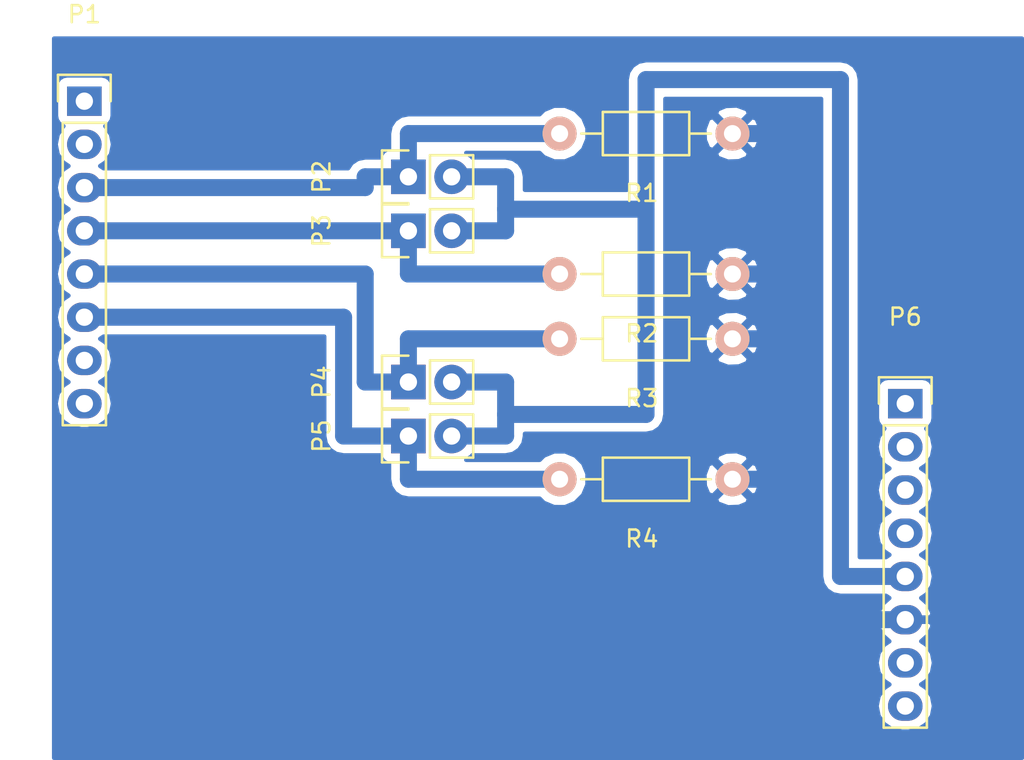
<source format=kicad_pcb>
(kicad_pcb (version 4) (host pcbnew 4.0.4-stable)

  (general
    (links 16)
    (no_connects 0)
    (area 110.536667 95.525 170.815001 140.335001)
    (thickness 1.6)
    (drawings 0)
    (tracks 42)
    (zones 0)
    (modules 10)
    (nets 17)
  )

  (page A4)
  (layers
    (0 F.Cu signal)
    (31 B.Cu signal)
    (32 B.Adhes user)
    (33 F.Adhes user)
    (34 B.Paste user)
    (35 F.Paste user)
    (36 B.SilkS user)
    (37 F.SilkS user)
    (38 B.Mask user)
    (39 F.Mask user)
    (40 Dwgs.User user)
    (41 Cmts.User user)
    (42 Eco1.User user)
    (43 Eco2.User user)
    (44 Edge.Cuts user)
    (45 Margin user)
    (46 B.CrtYd user)
    (47 F.CrtYd user)
    (48 B.Fab user)
    (49 F.Fab user)
  )

  (setup
    (last_trace_width 1)
    (trace_clearance 0.2)
    (zone_clearance 0.254)
    (zone_45_only no)
    (trace_min 0.2)
    (segment_width 0.2)
    (edge_width 0.15)
    (via_size 0.6)
    (via_drill 0.4)
    (via_min_size 0.4)
    (via_min_drill 0.3)
    (uvia_size 0.3)
    (uvia_drill 0.1)
    (uvias_allowed no)
    (uvia_min_size 0.2)
    (uvia_min_drill 0.1)
    (pcb_text_width 0.3)
    (pcb_text_size 1.5 1.5)
    (mod_edge_width 0.15)
    (mod_text_size 1 1)
    (mod_text_width 0.15)
    (pad_size 1.524 1.524)
    (pad_drill 0.762)
    (pad_to_mask_clearance 0.2)
    (aux_axis_origin 0 0)
    (visible_elements 7FFFFFFF)
    (pcbplotparams
      (layerselection 0x00030_80000001)
      (usegerberextensions false)
      (excludeedgelayer true)
      (linewidth 0.100000)
      (plotframeref false)
      (viasonmask false)
      (mode 1)
      (useauxorigin false)
      (hpglpennumber 1)
      (hpglpenspeed 20)
      (hpglpendiameter 15)
      (hpglpenoverlay 2)
      (psnegative false)
      (psa4output false)
      (plotreference true)
      (plotvalue true)
      (plotinvisibletext false)
      (padsonsilk false)
      (subtractmaskfromsilk false)
      (outputformat 1)
      (mirror false)
      (drillshape 1)
      (scaleselection 1)
      (outputdirectory svg/))
  )

  (net 0 "")
  (net 1 "Net-(P1-Pad1)")
  (net 2 "Net-(P1-Pad2)")
  (net 3 "Net-(P1-Pad3)")
  (net 4 "Net-(P1-Pad4)")
  (net 5 "Net-(P1-Pad5)")
  (net 6 "Net-(P1-Pad6)")
  (net 7 "Net-(P1-Pad7)")
  (net 8 "Net-(P1-Pad8)")
  (net 9 +5V)
  (net 10 "Net-(P6-Pad1)")
  (net 11 "Net-(P6-Pad2)")
  (net 12 "Net-(P6-Pad3)")
  (net 13 "Net-(P6-Pad4)")
  (net 14 GND)
  (net 15 "Net-(P6-Pad7)")
  (net 16 "Net-(P6-Pad8)")

  (net_class Default "This is the default net class."
    (clearance 0.2)
    (trace_width 1)
    (via_dia 0.6)
    (via_drill 0.4)
    (uvia_dia 0.3)
    (uvia_drill 0.1)
    (add_net +5V)
    (add_net GND)
    (add_net "Net-(P1-Pad1)")
    (add_net "Net-(P1-Pad2)")
    (add_net "Net-(P1-Pad3)")
    (add_net "Net-(P1-Pad4)")
    (add_net "Net-(P1-Pad5)")
    (add_net "Net-(P1-Pad6)")
    (add_net "Net-(P1-Pad7)")
    (add_net "Net-(P1-Pad8)")
    (add_net "Net-(P6-Pad1)")
    (add_net "Net-(P6-Pad2)")
    (add_net "Net-(P6-Pad3)")
    (add_net "Net-(P6-Pad4)")
    (add_net "Net-(P6-Pad7)")
    (add_net "Net-(P6-Pad8)")
  )

  (module Pin_Headers:Pin_Header_Straight_1x08 (layer F.Cu) (tedit 0) (tstamp 58326122)
    (at 115.57 101.6)
    (descr "Through hole pin header")
    (tags "pin header")
    (path /58325C3C)
    (fp_text reference P1 (at 0 -5.1) (layer F.SilkS)
      (effects (font (size 1 1) (thickness 0.15)))
    )
    (fp_text value CONN_01X08 (at 0 -3.1) (layer F.Fab)
      (effects (font (size 1 1) (thickness 0.15)))
    )
    (fp_line (start -1.75 -1.75) (end -1.75 19.55) (layer F.CrtYd) (width 0.05))
    (fp_line (start 1.75 -1.75) (end 1.75 19.55) (layer F.CrtYd) (width 0.05))
    (fp_line (start -1.75 -1.75) (end 1.75 -1.75) (layer F.CrtYd) (width 0.05))
    (fp_line (start -1.75 19.55) (end 1.75 19.55) (layer F.CrtYd) (width 0.05))
    (fp_line (start 1.27 1.27) (end 1.27 19.05) (layer F.SilkS) (width 0.15))
    (fp_line (start 1.27 19.05) (end -1.27 19.05) (layer F.SilkS) (width 0.15))
    (fp_line (start -1.27 19.05) (end -1.27 1.27) (layer F.SilkS) (width 0.15))
    (fp_line (start 1.55 -1.55) (end 1.55 0) (layer F.SilkS) (width 0.15))
    (fp_line (start 1.27 1.27) (end -1.27 1.27) (layer F.SilkS) (width 0.15))
    (fp_line (start -1.55 0) (end -1.55 -1.55) (layer F.SilkS) (width 0.15))
    (fp_line (start -1.55 -1.55) (end 1.55 -1.55) (layer F.SilkS) (width 0.15))
    (pad 1 thru_hole rect (at 0 0) (size 2.032 1.7272) (drill 1.016) (layers *.Cu *.Mask)
      (net 1 "Net-(P1-Pad1)"))
    (pad 2 thru_hole oval (at 0 2.54) (size 2.032 1.7272) (drill 1.016) (layers *.Cu *.Mask)
      (net 2 "Net-(P1-Pad2)"))
    (pad 3 thru_hole oval (at 0 5.08) (size 2.032 1.7272) (drill 1.016) (layers *.Cu *.Mask)
      (net 3 "Net-(P1-Pad3)"))
    (pad 4 thru_hole oval (at 0 7.62) (size 2.032 1.7272) (drill 1.016) (layers *.Cu *.Mask)
      (net 4 "Net-(P1-Pad4)"))
    (pad 5 thru_hole oval (at 0 10.16) (size 2.032 1.7272) (drill 1.016) (layers *.Cu *.Mask)
      (net 5 "Net-(P1-Pad5)"))
    (pad 6 thru_hole oval (at 0 12.7) (size 2.032 1.7272) (drill 1.016) (layers *.Cu *.Mask)
      (net 6 "Net-(P1-Pad6)"))
    (pad 7 thru_hole oval (at 0 15.24) (size 2.032 1.7272) (drill 1.016) (layers *.Cu *.Mask)
      (net 7 "Net-(P1-Pad7)"))
    (pad 8 thru_hole oval (at 0 17.78) (size 2.032 1.7272) (drill 1.016) (layers *.Cu *.Mask)
      (net 8 "Net-(P1-Pad8)"))
    (model Pin_Headers.3dshapes/Pin_Header_Straight_1x08.wrl
      (at (xyz 0 -0.35 0))
      (scale (xyz 1 1 1))
      (rotate (xyz 0 0 90))
    )
  )

  (module Pin_Headers:Pin_Header_Straight_1x02 (layer F.Cu) (tedit 54EA090C) (tstamp 58326128)
    (at 134.62 106.045 90)
    (descr "Through hole pin header")
    (tags "pin header")
    (path /58325FB7)
    (fp_text reference P2 (at 0 -5.1 90) (layer F.SilkS)
      (effects (font (size 1 1) (thickness 0.15)))
    )
    (fp_text value CONN_01X02 (at 0 -3.1 90) (layer F.Fab)
      (effects (font (size 1 1) (thickness 0.15)))
    )
    (fp_line (start 1.27 1.27) (end 1.27 3.81) (layer F.SilkS) (width 0.15))
    (fp_line (start 1.55 -1.55) (end 1.55 0) (layer F.SilkS) (width 0.15))
    (fp_line (start -1.75 -1.75) (end -1.75 4.3) (layer F.CrtYd) (width 0.05))
    (fp_line (start 1.75 -1.75) (end 1.75 4.3) (layer F.CrtYd) (width 0.05))
    (fp_line (start -1.75 -1.75) (end 1.75 -1.75) (layer F.CrtYd) (width 0.05))
    (fp_line (start -1.75 4.3) (end 1.75 4.3) (layer F.CrtYd) (width 0.05))
    (fp_line (start 1.27 1.27) (end -1.27 1.27) (layer F.SilkS) (width 0.15))
    (fp_line (start -1.55 0) (end -1.55 -1.55) (layer F.SilkS) (width 0.15))
    (fp_line (start -1.55 -1.55) (end 1.55 -1.55) (layer F.SilkS) (width 0.15))
    (fp_line (start -1.27 1.27) (end -1.27 3.81) (layer F.SilkS) (width 0.15))
    (fp_line (start -1.27 3.81) (end 1.27 3.81) (layer F.SilkS) (width 0.15))
    (pad 1 thru_hole rect (at 0 0 90) (size 2.032 2.032) (drill 1.016) (layers *.Cu *.Mask)
      (net 3 "Net-(P1-Pad3)"))
    (pad 2 thru_hole oval (at 0 2.54 90) (size 2.032 2.032) (drill 1.016) (layers *.Cu *.Mask)
      (net 9 +5V))
    (model Pin_Headers.3dshapes/Pin_Header_Straight_1x02.wrl
      (at (xyz 0 -0.05 0))
      (scale (xyz 1 1 1))
      (rotate (xyz 0 0 90))
    )
  )

  (module Pin_Headers:Pin_Header_Straight_1x02 (layer F.Cu) (tedit 54EA090C) (tstamp 5832612E)
    (at 134.62 109.22 90)
    (descr "Through hole pin header")
    (tags "pin header")
    (path /58326017)
    (fp_text reference P3 (at 0 -5.1 90) (layer F.SilkS)
      (effects (font (size 1 1) (thickness 0.15)))
    )
    (fp_text value CONN_01X02 (at 0 -3.1 90) (layer F.Fab)
      (effects (font (size 1 1) (thickness 0.15)))
    )
    (fp_line (start 1.27 1.27) (end 1.27 3.81) (layer F.SilkS) (width 0.15))
    (fp_line (start 1.55 -1.55) (end 1.55 0) (layer F.SilkS) (width 0.15))
    (fp_line (start -1.75 -1.75) (end -1.75 4.3) (layer F.CrtYd) (width 0.05))
    (fp_line (start 1.75 -1.75) (end 1.75 4.3) (layer F.CrtYd) (width 0.05))
    (fp_line (start -1.75 -1.75) (end 1.75 -1.75) (layer F.CrtYd) (width 0.05))
    (fp_line (start -1.75 4.3) (end 1.75 4.3) (layer F.CrtYd) (width 0.05))
    (fp_line (start 1.27 1.27) (end -1.27 1.27) (layer F.SilkS) (width 0.15))
    (fp_line (start -1.55 0) (end -1.55 -1.55) (layer F.SilkS) (width 0.15))
    (fp_line (start -1.55 -1.55) (end 1.55 -1.55) (layer F.SilkS) (width 0.15))
    (fp_line (start -1.27 1.27) (end -1.27 3.81) (layer F.SilkS) (width 0.15))
    (fp_line (start -1.27 3.81) (end 1.27 3.81) (layer F.SilkS) (width 0.15))
    (pad 1 thru_hole rect (at 0 0 90) (size 2.032 2.032) (drill 1.016) (layers *.Cu *.Mask)
      (net 4 "Net-(P1-Pad4)"))
    (pad 2 thru_hole oval (at 0 2.54 90) (size 2.032 2.032) (drill 1.016) (layers *.Cu *.Mask)
      (net 9 +5V))
    (model Pin_Headers.3dshapes/Pin_Header_Straight_1x02.wrl
      (at (xyz 0 -0.05 0))
      (scale (xyz 1 1 1))
      (rotate (xyz 0 0 90))
    )
  )

  (module Pin_Headers:Pin_Header_Straight_1x02 (layer F.Cu) (tedit 54EA090C) (tstamp 58326134)
    (at 134.62 118.11 90)
    (descr "Through hole pin header")
    (tags "pin header")
    (path /5832605D)
    (fp_text reference P4 (at 0 -5.1 90) (layer F.SilkS)
      (effects (font (size 1 1) (thickness 0.15)))
    )
    (fp_text value CONN_01X02 (at 0 -3.1 90) (layer F.Fab)
      (effects (font (size 1 1) (thickness 0.15)))
    )
    (fp_line (start 1.27 1.27) (end 1.27 3.81) (layer F.SilkS) (width 0.15))
    (fp_line (start 1.55 -1.55) (end 1.55 0) (layer F.SilkS) (width 0.15))
    (fp_line (start -1.75 -1.75) (end -1.75 4.3) (layer F.CrtYd) (width 0.05))
    (fp_line (start 1.75 -1.75) (end 1.75 4.3) (layer F.CrtYd) (width 0.05))
    (fp_line (start -1.75 -1.75) (end 1.75 -1.75) (layer F.CrtYd) (width 0.05))
    (fp_line (start -1.75 4.3) (end 1.75 4.3) (layer F.CrtYd) (width 0.05))
    (fp_line (start 1.27 1.27) (end -1.27 1.27) (layer F.SilkS) (width 0.15))
    (fp_line (start -1.55 0) (end -1.55 -1.55) (layer F.SilkS) (width 0.15))
    (fp_line (start -1.55 -1.55) (end 1.55 -1.55) (layer F.SilkS) (width 0.15))
    (fp_line (start -1.27 1.27) (end -1.27 3.81) (layer F.SilkS) (width 0.15))
    (fp_line (start -1.27 3.81) (end 1.27 3.81) (layer F.SilkS) (width 0.15))
    (pad 1 thru_hole rect (at 0 0 90) (size 2.032 2.032) (drill 1.016) (layers *.Cu *.Mask)
      (net 5 "Net-(P1-Pad5)"))
    (pad 2 thru_hole oval (at 0 2.54 90) (size 2.032 2.032) (drill 1.016) (layers *.Cu *.Mask)
      (net 9 +5V))
    (model Pin_Headers.3dshapes/Pin_Header_Straight_1x02.wrl
      (at (xyz 0 -0.05 0))
      (scale (xyz 1 1 1))
      (rotate (xyz 0 0 90))
    )
  )

  (module Pin_Headers:Pin_Header_Straight_1x02 (layer F.Cu) (tedit 54EA090C) (tstamp 5832613A)
    (at 134.62 121.285 90)
    (descr "Through hole pin header")
    (tags "pin header")
    (path /58326094)
    (fp_text reference P5 (at 0 -5.1 90) (layer F.SilkS)
      (effects (font (size 1 1) (thickness 0.15)))
    )
    (fp_text value CONN_01X02 (at 0 -3.1 90) (layer F.Fab)
      (effects (font (size 1 1) (thickness 0.15)))
    )
    (fp_line (start 1.27 1.27) (end 1.27 3.81) (layer F.SilkS) (width 0.15))
    (fp_line (start 1.55 -1.55) (end 1.55 0) (layer F.SilkS) (width 0.15))
    (fp_line (start -1.75 -1.75) (end -1.75 4.3) (layer F.CrtYd) (width 0.05))
    (fp_line (start 1.75 -1.75) (end 1.75 4.3) (layer F.CrtYd) (width 0.05))
    (fp_line (start -1.75 -1.75) (end 1.75 -1.75) (layer F.CrtYd) (width 0.05))
    (fp_line (start -1.75 4.3) (end 1.75 4.3) (layer F.CrtYd) (width 0.05))
    (fp_line (start 1.27 1.27) (end -1.27 1.27) (layer F.SilkS) (width 0.15))
    (fp_line (start -1.55 0) (end -1.55 -1.55) (layer F.SilkS) (width 0.15))
    (fp_line (start -1.55 -1.55) (end 1.55 -1.55) (layer F.SilkS) (width 0.15))
    (fp_line (start -1.27 1.27) (end -1.27 3.81) (layer F.SilkS) (width 0.15))
    (fp_line (start -1.27 3.81) (end 1.27 3.81) (layer F.SilkS) (width 0.15))
    (pad 1 thru_hole rect (at 0 0 90) (size 2.032 2.032) (drill 1.016) (layers *.Cu *.Mask)
      (net 6 "Net-(P1-Pad6)"))
    (pad 2 thru_hole oval (at 0 2.54 90) (size 2.032 2.032) (drill 1.016) (layers *.Cu *.Mask)
      (net 9 +5V))
    (model Pin_Headers.3dshapes/Pin_Header_Straight_1x02.wrl
      (at (xyz 0 -0.05 0))
      (scale (xyz 1 1 1))
      (rotate (xyz 0 0 90))
    )
  )

  (module Pin_Headers:Pin_Header_Straight_1x08 (layer F.Cu) (tedit 0) (tstamp 58326146)
    (at 163.83 119.38)
    (descr "Through hole pin header")
    (tags "pin header")
    (path /58325C7F)
    (fp_text reference P6 (at 0 -5.1) (layer F.SilkS)
      (effects (font (size 1 1) (thickness 0.15)))
    )
    (fp_text value CONN_01X08 (at 0 -3.1) (layer F.Fab)
      (effects (font (size 1 1) (thickness 0.15)))
    )
    (fp_line (start -1.75 -1.75) (end -1.75 19.55) (layer F.CrtYd) (width 0.05))
    (fp_line (start 1.75 -1.75) (end 1.75 19.55) (layer F.CrtYd) (width 0.05))
    (fp_line (start -1.75 -1.75) (end 1.75 -1.75) (layer F.CrtYd) (width 0.05))
    (fp_line (start -1.75 19.55) (end 1.75 19.55) (layer F.CrtYd) (width 0.05))
    (fp_line (start 1.27 1.27) (end 1.27 19.05) (layer F.SilkS) (width 0.15))
    (fp_line (start 1.27 19.05) (end -1.27 19.05) (layer F.SilkS) (width 0.15))
    (fp_line (start -1.27 19.05) (end -1.27 1.27) (layer F.SilkS) (width 0.15))
    (fp_line (start 1.55 -1.55) (end 1.55 0) (layer F.SilkS) (width 0.15))
    (fp_line (start 1.27 1.27) (end -1.27 1.27) (layer F.SilkS) (width 0.15))
    (fp_line (start -1.55 0) (end -1.55 -1.55) (layer F.SilkS) (width 0.15))
    (fp_line (start -1.55 -1.55) (end 1.55 -1.55) (layer F.SilkS) (width 0.15))
    (pad 1 thru_hole rect (at 0 0) (size 2.032 1.7272) (drill 1.016) (layers *.Cu *.Mask)
      (net 10 "Net-(P6-Pad1)"))
    (pad 2 thru_hole oval (at 0 2.54) (size 2.032 1.7272) (drill 1.016) (layers *.Cu *.Mask)
      (net 11 "Net-(P6-Pad2)"))
    (pad 3 thru_hole oval (at 0 5.08) (size 2.032 1.7272) (drill 1.016) (layers *.Cu *.Mask)
      (net 12 "Net-(P6-Pad3)"))
    (pad 4 thru_hole oval (at 0 7.62) (size 2.032 1.7272) (drill 1.016) (layers *.Cu *.Mask)
      (net 13 "Net-(P6-Pad4)"))
    (pad 5 thru_hole oval (at 0 10.16) (size 2.032 1.7272) (drill 1.016) (layers *.Cu *.Mask)
      (net 9 +5V))
    (pad 6 thru_hole oval (at 0 12.7) (size 2.032 1.7272) (drill 1.016) (layers *.Cu *.Mask)
      (net 14 GND))
    (pad 7 thru_hole oval (at 0 15.24) (size 2.032 1.7272) (drill 1.016) (layers *.Cu *.Mask)
      (net 15 "Net-(P6-Pad7)"))
    (pad 8 thru_hole oval (at 0 17.78) (size 2.032 1.7272) (drill 1.016) (layers *.Cu *.Mask)
      (net 16 "Net-(P6-Pad8)"))
    (model Pin_Headers.3dshapes/Pin_Header_Straight_1x08.wrl
      (at (xyz 0 -0.35 0))
      (scale (xyz 1 1 1))
      (rotate (xyz 0 0 90))
    )
  )

  (module Resistors_ThroughHole:Resistor_Horizontal_RM10mm (layer F.Cu) (tedit 56648415) (tstamp 5832614C)
    (at 153.67 103.505 180)
    (descr "Resistor, Axial,  RM 10mm, 1/3W")
    (tags "Resistor Axial RM 10mm 1/3W")
    (path /58325E13)
    (fp_text reference R1 (at 5.32892 -3.50012 180) (layer F.SilkS)
      (effects (font (size 1 1) (thickness 0.15)))
    )
    (fp_text value R (at 5.08 3.81 180) (layer F.Fab)
      (effects (font (size 1 1) (thickness 0.15)))
    )
    (fp_line (start -1.25 -1.5) (end 11.4 -1.5) (layer F.CrtYd) (width 0.05))
    (fp_line (start -1.25 1.5) (end -1.25 -1.5) (layer F.CrtYd) (width 0.05))
    (fp_line (start 11.4 -1.5) (end 11.4 1.5) (layer F.CrtYd) (width 0.05))
    (fp_line (start -1.25 1.5) (end 11.4 1.5) (layer F.CrtYd) (width 0.05))
    (fp_line (start 2.54 -1.27) (end 7.62 -1.27) (layer F.SilkS) (width 0.15))
    (fp_line (start 7.62 -1.27) (end 7.62 1.27) (layer F.SilkS) (width 0.15))
    (fp_line (start 7.62 1.27) (end 2.54 1.27) (layer F.SilkS) (width 0.15))
    (fp_line (start 2.54 1.27) (end 2.54 -1.27) (layer F.SilkS) (width 0.15))
    (fp_line (start 2.54 0) (end 1.27 0) (layer F.SilkS) (width 0.15))
    (fp_line (start 7.62 0) (end 8.89 0) (layer F.SilkS) (width 0.15))
    (pad 1 thru_hole circle (at 0 0 180) (size 1.99898 1.99898) (drill 1.00076) (layers *.Cu *.SilkS *.Mask)
      (net 14 GND))
    (pad 2 thru_hole circle (at 10.16 0 180) (size 1.99898 1.99898) (drill 1.00076) (layers *.Cu *.SilkS *.Mask)
      (net 3 "Net-(P1-Pad3)"))
    (model Resistors_ThroughHole.3dshapes/Resistor_Horizontal_RM10mm.wrl
      (at (xyz 0.2 0 0))
      (scale (xyz 0.4 0.4 0.4))
      (rotate (xyz 0 0 0))
    )
  )

  (module Resistors_ThroughHole:Resistor_Horizontal_RM10mm (layer F.Cu) (tedit 56648415) (tstamp 58326152)
    (at 153.67 111.76 180)
    (descr "Resistor, Axial,  RM 10mm, 1/3W")
    (tags "Resistor Axial RM 10mm 1/3W")
    (path /58325EF3)
    (fp_text reference R2 (at 5.32892 -3.50012 180) (layer F.SilkS)
      (effects (font (size 1 1) (thickness 0.15)))
    )
    (fp_text value R (at 5.08 3.81 180) (layer F.Fab)
      (effects (font (size 1 1) (thickness 0.15)))
    )
    (fp_line (start -1.25 -1.5) (end 11.4 -1.5) (layer F.CrtYd) (width 0.05))
    (fp_line (start -1.25 1.5) (end -1.25 -1.5) (layer F.CrtYd) (width 0.05))
    (fp_line (start 11.4 -1.5) (end 11.4 1.5) (layer F.CrtYd) (width 0.05))
    (fp_line (start -1.25 1.5) (end 11.4 1.5) (layer F.CrtYd) (width 0.05))
    (fp_line (start 2.54 -1.27) (end 7.62 -1.27) (layer F.SilkS) (width 0.15))
    (fp_line (start 7.62 -1.27) (end 7.62 1.27) (layer F.SilkS) (width 0.15))
    (fp_line (start 7.62 1.27) (end 2.54 1.27) (layer F.SilkS) (width 0.15))
    (fp_line (start 2.54 1.27) (end 2.54 -1.27) (layer F.SilkS) (width 0.15))
    (fp_line (start 2.54 0) (end 1.27 0) (layer F.SilkS) (width 0.15))
    (fp_line (start 7.62 0) (end 8.89 0) (layer F.SilkS) (width 0.15))
    (pad 1 thru_hole circle (at 0 0 180) (size 1.99898 1.99898) (drill 1.00076) (layers *.Cu *.SilkS *.Mask)
      (net 14 GND))
    (pad 2 thru_hole circle (at 10.16 0 180) (size 1.99898 1.99898) (drill 1.00076) (layers *.Cu *.SilkS *.Mask)
      (net 4 "Net-(P1-Pad4)"))
    (model Resistors_ThroughHole.3dshapes/Resistor_Horizontal_RM10mm.wrl
      (at (xyz 0.2 0 0))
      (scale (xyz 0.4 0.4 0.4))
      (rotate (xyz 0 0 0))
    )
  )

  (module Resistors_ThroughHole:Resistor_Horizontal_RM10mm (layer F.Cu) (tedit 56648415) (tstamp 58326158)
    (at 153.67 115.57 180)
    (descr "Resistor, Axial,  RM 10mm, 1/3W")
    (tags "Resistor Axial RM 10mm 1/3W")
    (path /58325F23)
    (fp_text reference R3 (at 5.32892 -3.50012 180) (layer F.SilkS)
      (effects (font (size 1 1) (thickness 0.15)))
    )
    (fp_text value R (at 5.08 3.81 180) (layer F.Fab)
      (effects (font (size 1 1) (thickness 0.15)))
    )
    (fp_line (start -1.25 -1.5) (end 11.4 -1.5) (layer F.CrtYd) (width 0.05))
    (fp_line (start -1.25 1.5) (end -1.25 -1.5) (layer F.CrtYd) (width 0.05))
    (fp_line (start 11.4 -1.5) (end 11.4 1.5) (layer F.CrtYd) (width 0.05))
    (fp_line (start -1.25 1.5) (end 11.4 1.5) (layer F.CrtYd) (width 0.05))
    (fp_line (start 2.54 -1.27) (end 7.62 -1.27) (layer F.SilkS) (width 0.15))
    (fp_line (start 7.62 -1.27) (end 7.62 1.27) (layer F.SilkS) (width 0.15))
    (fp_line (start 7.62 1.27) (end 2.54 1.27) (layer F.SilkS) (width 0.15))
    (fp_line (start 2.54 1.27) (end 2.54 -1.27) (layer F.SilkS) (width 0.15))
    (fp_line (start 2.54 0) (end 1.27 0) (layer F.SilkS) (width 0.15))
    (fp_line (start 7.62 0) (end 8.89 0) (layer F.SilkS) (width 0.15))
    (pad 1 thru_hole circle (at 0 0 180) (size 1.99898 1.99898) (drill 1.00076) (layers *.Cu *.SilkS *.Mask)
      (net 14 GND))
    (pad 2 thru_hole circle (at 10.16 0 180) (size 1.99898 1.99898) (drill 1.00076) (layers *.Cu *.SilkS *.Mask)
      (net 5 "Net-(P1-Pad5)"))
    (model Resistors_ThroughHole.3dshapes/Resistor_Horizontal_RM10mm.wrl
      (at (xyz 0.2 0 0))
      (scale (xyz 0.4 0.4 0.4))
      (rotate (xyz 0 0 0))
    )
  )

  (module Resistors_ThroughHole:Resistor_Horizontal_RM10mm (layer F.Cu) (tedit 56648415) (tstamp 5832615E)
    (at 153.67 123.825 180)
    (descr "Resistor, Axial,  RM 10mm, 1/3W")
    (tags "Resistor Axial RM 10mm 1/3W")
    (path /58325F4B)
    (fp_text reference R4 (at 5.32892 -3.50012 180) (layer F.SilkS)
      (effects (font (size 1 1) (thickness 0.15)))
    )
    (fp_text value R (at 5.08 3.81 180) (layer F.Fab)
      (effects (font (size 1 1) (thickness 0.15)))
    )
    (fp_line (start -1.25 -1.5) (end 11.4 -1.5) (layer F.CrtYd) (width 0.05))
    (fp_line (start -1.25 1.5) (end -1.25 -1.5) (layer F.CrtYd) (width 0.05))
    (fp_line (start 11.4 -1.5) (end 11.4 1.5) (layer F.CrtYd) (width 0.05))
    (fp_line (start -1.25 1.5) (end 11.4 1.5) (layer F.CrtYd) (width 0.05))
    (fp_line (start 2.54 -1.27) (end 7.62 -1.27) (layer F.SilkS) (width 0.15))
    (fp_line (start 7.62 -1.27) (end 7.62 1.27) (layer F.SilkS) (width 0.15))
    (fp_line (start 7.62 1.27) (end 2.54 1.27) (layer F.SilkS) (width 0.15))
    (fp_line (start 2.54 1.27) (end 2.54 -1.27) (layer F.SilkS) (width 0.15))
    (fp_line (start 2.54 0) (end 1.27 0) (layer F.SilkS) (width 0.15))
    (fp_line (start 7.62 0) (end 8.89 0) (layer F.SilkS) (width 0.15))
    (pad 1 thru_hole circle (at 0 0 180) (size 1.99898 1.99898) (drill 1.00076) (layers *.Cu *.SilkS *.Mask)
      (net 14 GND))
    (pad 2 thru_hole circle (at 10.16 0 180) (size 1.99898 1.99898) (drill 1.00076) (layers *.Cu *.SilkS *.Mask)
      (net 6 "Net-(P1-Pad6)"))
    (model Resistors_ThroughHole.3dshapes/Resistor_Horizontal_RM10mm.wrl
      (at (xyz 0.2 0 0))
      (scale (xyz 0.4 0.4 0.4))
      (rotate (xyz 0 0 0))
    )
  )

  (segment (start 115.57 106.68) (end 132.08 106.68) (width 1) (layer B.Cu) (net 3))
  (segment (start 132.08 106.045) (end 134.62 106.045) (width 1) (layer B.Cu) (net 3) (tstamp 5833420F))
  (segment (start 132.08 106.68) (end 132.08 106.045) (width 1) (layer B.Cu) (net 3) (tstamp 5833420E))
  (segment (start 134.62 106.045) (end 134.62 103.505) (width 1) (layer B.Cu) (net 3) (tstamp 58334210))
  (segment (start 134.62 103.505) (end 143.51 103.505) (width 1) (layer B.Cu) (net 3) (tstamp 58334211))
  (segment (start 115.57 109.22) (end 134.62 109.22) (width 1) (layer B.Cu) (net 4))
  (segment (start 134.62 109.22) (end 134.62 111.76) (width 1) (layer B.Cu) (net 4) (tstamp 58334215))
  (segment (start 134.62 111.76) (end 143.51 111.76) (width 1) (layer B.Cu) (net 4) (tstamp 58334216))
  (segment (start 143.51 115.57) (end 134.62 115.57) (width 1) (layer B.Cu) (net 5))
  (segment (start 134.62 115.57) (end 134.62 118.11) (width 1) (layer B.Cu) (net 5) (tstamp 5833421B))
  (segment (start 134.62 118.11) (end 132.08 118.11) (width 1) (layer B.Cu) (net 5) (tstamp 5833421C))
  (segment (start 132.08 118.11) (end 132.08 111.76) (width 1) (layer B.Cu) (net 5) (tstamp 5833421D))
  (segment (start 132.08 111.76) (end 115.57 111.76) (width 1) (layer B.Cu) (net 5) (tstamp 5833421E))
  (segment (start 134.62 121.285) (end 134.62 123.825) (width 1) (layer B.Cu) (net 6))
  (segment (start 134.62 123.825) (end 143.51 123.825) (width 1) (layer B.Cu) (net 6) (tstamp 58334225))
  (segment (start 134.62 121.285) (end 130.81 121.285) (width 1) (layer B.Cu) (net 6))
  (segment (start 130.81 114.3) (end 115.57 114.3) (width 1) (layer B.Cu) (net 6) (tstamp 58334222))
  (segment (start 130.81 121.285) (end 130.81 114.3) (width 1) (layer B.Cu) (net 6) (tstamp 58334221))
  (segment (start 140.335 107.95) (end 148.59 107.95) (width 1) (layer B.Cu) (net 9))
  (segment (start 137.16 106.045) (end 140.335 106.045) (width 1) (layer B.Cu) (net 9))
  (segment (start 140.335 109.22) (end 137.16 109.22) (width 1) (layer B.Cu) (net 9) (tstamp 583341F6))
  (segment (start 140.335 106.045) (end 140.335 107.95) (width 1) (layer B.Cu) (net 9) (tstamp 583341F5))
  (segment (start 140.335 107.95) (end 140.335 109.22) (width 1) (layer B.Cu) (net 9) (tstamp 583341F9))
  (segment (start 140.335 120.015) (end 148.59 120.015) (width 1) (layer B.Cu) (net 9))
  (segment (start 148.59 120.015) (end 148.59 107.95) (width 1) (layer B.Cu) (net 9) (tstamp 583341E9))
  (segment (start 160.02 129.54) (end 163.83 129.54) (width 1) (layer B.Cu) (net 9) (tstamp 583341EC))
  (segment (start 148.59 107.95) (end 148.59 100.33) (width 1) (layer B.Cu) (net 9) (tstamp 583341FD))
  (segment (start 148.59 100.33) (end 160.02 100.33) (width 1) (layer B.Cu) (net 9) (tstamp 583341EA))
  (segment (start 160.02 100.33) (end 160.02 129.54) (width 1) (layer B.Cu) (net 9) (tstamp 583341EB))
  (segment (start 137.16 121.285) (end 140.335 121.285) (width 1) (layer B.Cu) (net 9))
  (segment (start 140.335 118.11) (end 137.16 118.11) (width 1) (layer B.Cu) (net 9) (tstamp 583341E4))
  (segment (start 140.335 121.285) (end 140.335 120.015) (width 1) (layer B.Cu) (net 9) (tstamp 583341E3))
  (segment (start 140.335 120.015) (end 140.335 118.11) (width 1) (layer B.Cu) (net 9) (tstamp 583341E7))
  (segment (start 153.67 123.825) (end 157.48 123.825) (width 1) (layer B.Cu) (net 14))
  (segment (start 153.67 115.57) (end 157.48 115.57) (width 1) (layer B.Cu) (net 14))
  (segment (start 153.67 111.76) (end 157.48 111.76) (width 1) (layer B.Cu) (net 14))
  (segment (start 163.83 132.08) (end 157.48 132.08) (width 1) (layer B.Cu) (net 14))
  (segment (start 157.48 103.505) (end 153.67 103.505) (width 1) (layer B.Cu) (net 14) (tstamp 5833422B))
  (segment (start 157.48 132.08) (end 157.48 123.825) (width 1) (layer B.Cu) (net 14) (tstamp 5833422A))
  (segment (start 157.48 123.825) (end 157.48 115.57) (width 1) (layer B.Cu) (net 14) (tstamp 58334238))
  (segment (start 157.48 115.57) (end 157.48 111.76) (width 1) (layer B.Cu) (net 14) (tstamp 58334234))
  (segment (start 157.48 111.76) (end 157.48 103.505) (width 1) (layer B.Cu) (net 14) (tstamp 58334230))

  (zone (net 14) (net_name GND) (layer B.Cu) (tstamp 58336855) (hatch edge 0.508)
    (connect_pads (clearance 0.508))
    (min_thickness 0.254)
    (fill yes (arc_segments 16) (thermal_gap 0.508) (thermal_bridge_width 0.508))
    (polygon
      (pts
        (xy 170.815 97.79) (xy 170.815 140.335) (xy 113.665 140.335) (xy 113.665 97.79)
      )
    )
    (filled_polygon
      (pts
        (xy 170.688 140.208) (xy 113.792 140.208) (xy 113.792 134.62) (xy 162.146655 134.62) (xy 162.260729 135.193489)
        (xy 162.585585 135.67967) (xy 162.900366 135.89) (xy 162.585585 136.10033) (xy 162.260729 136.586511) (xy 162.146655 137.16)
        (xy 162.260729 137.733489) (xy 162.585585 138.21967) (xy 163.071766 138.544526) (xy 163.645255 138.6586) (xy 164.014745 138.6586)
        (xy 164.588234 138.544526) (xy 165.074415 138.21967) (xy 165.399271 137.733489) (xy 165.513345 137.16) (xy 165.399271 136.586511)
        (xy 165.074415 136.10033) (xy 164.759634 135.89) (xy 165.074415 135.67967) (xy 165.399271 135.193489) (xy 165.513345 134.62)
        (xy 165.399271 134.046511) (xy 165.074415 133.56033) (xy 164.764931 133.353539) (xy 165.180732 132.982036) (xy 165.434709 132.454791)
        (xy 165.437358 132.439026) (xy 165.316217 132.207) (xy 163.957 132.207) (xy 163.957 132.227) (xy 163.703 132.227)
        (xy 163.703 132.207) (xy 162.343783 132.207) (xy 162.222642 132.439026) (xy 162.225291 132.454791) (xy 162.479268 132.982036)
        (xy 162.895069 133.353539) (xy 162.585585 133.56033) (xy 162.260729 134.046511) (xy 162.146655 134.62) (xy 113.792 134.62)
        (xy 113.792 104.14) (xy 113.886655 104.14) (xy 114.000729 104.713489) (xy 114.325585 105.19967) (xy 114.640366 105.41)
        (xy 114.325585 105.62033) (xy 114.000729 106.106511) (xy 113.886655 106.68) (xy 114.000729 107.253489) (xy 114.325585 107.73967)
        (xy 114.640366 107.95) (xy 114.325585 108.16033) (xy 114.000729 108.646511) (xy 113.886655 109.22) (xy 114.000729 109.793489)
        (xy 114.325585 110.27967) (xy 114.640366 110.49) (xy 114.325585 110.70033) (xy 114.000729 111.186511) (xy 113.886655 111.76)
        (xy 114.000729 112.333489) (xy 114.325585 112.81967) (xy 114.640366 113.03) (xy 114.325585 113.24033) (xy 114.000729 113.726511)
        (xy 113.886655 114.3) (xy 114.000729 114.873489) (xy 114.325585 115.35967) (xy 114.640366 115.57) (xy 114.325585 115.78033)
        (xy 114.000729 116.266511) (xy 113.886655 116.84) (xy 114.000729 117.413489) (xy 114.325585 117.89967) (xy 114.640366 118.11)
        (xy 114.325585 118.32033) (xy 114.000729 118.806511) (xy 113.886655 119.38) (xy 114.000729 119.953489) (xy 114.325585 120.43967)
        (xy 114.811766 120.764526) (xy 115.385255 120.8786) (xy 115.754745 120.8786) (xy 116.328234 120.764526) (xy 116.814415 120.43967)
        (xy 117.139271 119.953489) (xy 117.253345 119.38) (xy 117.139271 118.806511) (xy 116.814415 118.32033) (xy 116.499634 118.11)
        (xy 116.814415 117.89967) (xy 117.139271 117.413489) (xy 117.253345 116.84) (xy 117.139271 116.266511) (xy 116.814415 115.78033)
        (xy 116.499634 115.57) (xy 116.701676 115.435) (xy 129.675 115.435) (xy 129.675 121.285) (xy 129.761397 121.719346)
        (xy 130.007434 122.087566) (xy 130.375654 122.333603) (xy 130.81 122.42) (xy 132.978951 122.42) (xy 133.000838 122.536317)
        (xy 133.13991 122.752441) (xy 133.35211 122.897431) (xy 133.485 122.924342) (xy 133.485 123.825) (xy 133.571397 124.259346)
        (xy 133.817434 124.627566) (xy 134.185654 124.873603) (xy 134.62 124.96) (xy 142.333516 124.96) (xy 142.582927 125.209846)
        (xy 143.183453 125.459206) (xy 143.833694 125.459774) (xy 144.434655 125.211462) (xy 144.669363 124.977163) (xy 152.697443 124.977163)
        (xy 152.796042 125.243965) (xy 153.405582 125.470401) (xy 154.055377 125.446341) (xy 154.543958 125.243965) (xy 154.642557 124.977163)
        (xy 153.67 124.004605) (xy 152.697443 124.977163) (xy 144.669363 124.977163) (xy 144.894846 124.752073) (xy 145.144206 124.151547)
        (xy 145.144722 123.560582) (xy 152.024599 123.560582) (xy 152.048659 124.210377) (xy 152.251035 124.698958) (xy 152.517837 124.797557)
        (xy 153.490395 123.825) (xy 153.849605 123.825) (xy 154.822163 124.797557) (xy 155.088965 124.698958) (xy 155.315401 124.089418)
        (xy 155.291341 123.439623) (xy 155.088965 122.951042) (xy 154.822163 122.852443) (xy 153.849605 123.825) (xy 153.490395 123.825)
        (xy 152.517837 122.852443) (xy 152.251035 122.951042) (xy 152.024599 123.560582) (xy 145.144722 123.560582) (xy 145.144774 123.501306)
        (xy 144.896462 122.900345) (xy 144.669351 122.672837) (xy 152.697443 122.672837) (xy 153.67 123.645395) (xy 154.642557 122.672837)
        (xy 154.543958 122.406035) (xy 153.934418 122.179599) (xy 153.284623 122.203659) (xy 152.796042 122.406035) (xy 152.697443 122.672837)
        (xy 144.669351 122.672837) (xy 144.437073 122.440154) (xy 143.836547 122.190794) (xy 143.186306 122.190226) (xy 142.585345 122.438538)
        (xy 142.333444 122.69) (xy 138.020297 122.69) (xy 138.327433 122.484778) (xy 138.370716 122.42) (xy 140.335 122.42)
        (xy 140.769346 122.333603) (xy 141.137566 122.087566) (xy 141.383603 121.719346) (xy 141.47 121.285) (xy 141.47 121.15)
        (xy 148.59 121.15) (xy 149.024346 121.063603) (xy 149.392566 120.817566) (xy 149.638603 120.449346) (xy 149.725 120.015)
        (xy 149.725 116.722163) (xy 152.697443 116.722163) (xy 152.796042 116.988965) (xy 153.405582 117.215401) (xy 154.055377 117.191341)
        (xy 154.543958 116.988965) (xy 154.642557 116.722163) (xy 153.67 115.749605) (xy 152.697443 116.722163) (xy 149.725 116.722163)
        (xy 149.725 115.305582) (xy 152.024599 115.305582) (xy 152.048659 115.955377) (xy 152.251035 116.443958) (xy 152.517837 116.542557)
        (xy 153.490395 115.57) (xy 153.849605 115.57) (xy 154.822163 116.542557) (xy 155.088965 116.443958) (xy 155.315401 115.834418)
        (xy 155.291341 115.184623) (xy 155.088965 114.696042) (xy 154.822163 114.597443) (xy 153.849605 115.57) (xy 153.490395 115.57)
        (xy 152.517837 114.597443) (xy 152.251035 114.696042) (xy 152.024599 115.305582) (xy 149.725 115.305582) (xy 149.725 114.417837)
        (xy 152.697443 114.417837) (xy 153.67 115.390395) (xy 154.642557 114.417837) (xy 154.543958 114.151035) (xy 153.934418 113.924599)
        (xy 153.284623 113.948659) (xy 152.796042 114.151035) (xy 152.697443 114.417837) (xy 149.725 114.417837) (xy 149.725 112.912163)
        (xy 152.697443 112.912163) (xy 152.796042 113.178965) (xy 153.405582 113.405401) (xy 154.055377 113.381341) (xy 154.543958 113.178965)
        (xy 154.642557 112.912163) (xy 153.67 111.939605) (xy 152.697443 112.912163) (xy 149.725 112.912163) (xy 149.725 111.495582)
        (xy 152.024599 111.495582) (xy 152.048659 112.145377) (xy 152.251035 112.633958) (xy 152.517837 112.732557) (xy 153.490395 111.76)
        (xy 153.849605 111.76) (xy 154.822163 112.732557) (xy 155.088965 112.633958) (xy 155.315401 112.024418) (xy 155.291341 111.374623)
        (xy 155.088965 110.886042) (xy 154.822163 110.787443) (xy 153.849605 111.76) (xy 153.490395 111.76) (xy 152.517837 110.787443)
        (xy 152.251035 110.886042) (xy 152.024599 111.495582) (xy 149.725 111.495582) (xy 149.725 110.607837) (xy 152.697443 110.607837)
        (xy 153.67 111.580395) (xy 154.642557 110.607837) (xy 154.543958 110.341035) (xy 153.934418 110.114599) (xy 153.284623 110.138659)
        (xy 152.796042 110.341035) (xy 152.697443 110.607837) (xy 149.725 110.607837) (xy 149.725 104.657163) (xy 152.697443 104.657163)
        (xy 152.796042 104.923965) (xy 153.405582 105.150401) (xy 154.055377 105.126341) (xy 154.543958 104.923965) (xy 154.642557 104.657163)
        (xy 153.67 103.684605) (xy 152.697443 104.657163) (xy 149.725 104.657163) (xy 149.725 103.240582) (xy 152.024599 103.240582)
        (xy 152.048659 103.890377) (xy 152.251035 104.378958) (xy 152.517837 104.477557) (xy 153.490395 103.505) (xy 153.849605 103.505)
        (xy 154.822163 104.477557) (xy 155.088965 104.378958) (xy 155.315401 103.769418) (xy 155.291341 103.119623) (xy 155.088965 102.631042)
        (xy 154.822163 102.532443) (xy 153.849605 103.505) (xy 153.490395 103.505) (xy 152.517837 102.532443) (xy 152.251035 102.631042)
        (xy 152.024599 103.240582) (xy 149.725 103.240582) (xy 149.725 102.352837) (xy 152.697443 102.352837) (xy 153.67 103.325395)
        (xy 154.642557 102.352837) (xy 154.543958 102.086035) (xy 153.934418 101.859599) (xy 153.284623 101.883659) (xy 152.796042 102.086035)
        (xy 152.697443 102.352837) (xy 149.725 102.352837) (xy 149.725 101.465) (xy 158.885 101.465) (xy 158.885 129.54)
        (xy 158.971397 129.974346) (xy 159.217434 130.342566) (xy 159.585654 130.588603) (xy 160.02 130.675) (xy 162.698324 130.675)
        (xy 162.895069 130.806461) (xy 162.479268 131.177964) (xy 162.225291 131.705209) (xy 162.222642 131.720974) (xy 162.343783 131.953)
        (xy 163.703 131.953) (xy 163.703 131.933) (xy 163.957 131.933) (xy 163.957 131.953) (xy 165.316217 131.953)
        (xy 165.437358 131.720974) (xy 165.434709 131.705209) (xy 165.180732 131.177964) (xy 164.764931 130.806461) (xy 165.074415 130.59967)
        (xy 165.399271 130.113489) (xy 165.513345 129.54) (xy 165.399271 128.966511) (xy 165.074415 128.48033) (xy 164.759634 128.27)
        (xy 165.074415 128.05967) (xy 165.399271 127.573489) (xy 165.513345 127) (xy 165.399271 126.426511) (xy 165.074415 125.94033)
        (xy 164.759634 125.73) (xy 165.074415 125.51967) (xy 165.399271 125.033489) (xy 165.513345 124.46) (xy 165.399271 123.886511)
        (xy 165.074415 123.40033) (xy 164.759634 123.19) (xy 165.074415 122.97967) (xy 165.399271 122.493489) (xy 165.513345 121.92)
        (xy 165.399271 121.346511) (xy 165.074415 120.86033) (xy 165.060087 120.850757) (xy 165.081317 120.846762) (xy 165.297441 120.70769)
        (xy 165.442431 120.49549) (xy 165.49344 120.2436) (xy 165.49344 118.5164) (xy 165.449162 118.281083) (xy 165.31009 118.064959)
        (xy 165.09789 117.919969) (xy 164.846 117.86896) (xy 162.814 117.86896) (xy 162.578683 117.913238) (xy 162.362559 118.05231)
        (xy 162.217569 118.26451) (xy 162.16656 118.5164) (xy 162.16656 120.2436) (xy 162.210838 120.478917) (xy 162.34991 120.695041)
        (xy 162.56211 120.840031) (xy 162.603439 120.8484) (xy 162.585585 120.86033) (xy 162.260729 121.346511) (xy 162.146655 121.92)
        (xy 162.260729 122.493489) (xy 162.585585 122.97967) (xy 162.900366 123.19) (xy 162.585585 123.40033) (xy 162.260729 123.886511)
        (xy 162.146655 124.46) (xy 162.260729 125.033489) (xy 162.585585 125.51967) (xy 162.900366 125.73) (xy 162.585585 125.94033)
        (xy 162.260729 126.426511) (xy 162.146655 127) (xy 162.260729 127.573489) (xy 162.585585 128.05967) (xy 162.900366 128.27)
        (xy 162.698324 128.405) (xy 161.155 128.405) (xy 161.155 100.33) (xy 161.068603 99.895654) (xy 160.822566 99.527434)
        (xy 160.454346 99.281397) (xy 160.02 99.195) (xy 148.59 99.195) (xy 148.155654 99.281397) (xy 147.787434 99.527434)
        (xy 147.541397 99.895654) (xy 147.455 100.33) (xy 147.455 106.815) (xy 141.47 106.815) (xy 141.47 106.045)
        (xy 141.383603 105.610654) (xy 141.137566 105.242434) (xy 140.769346 104.996397) (xy 140.335 104.91) (xy 138.370716 104.91)
        (xy 138.327433 104.845222) (xy 138.020297 104.64) (xy 142.333516 104.64) (xy 142.582927 104.889846) (xy 143.183453 105.139206)
        (xy 143.833694 105.139774) (xy 144.434655 104.891462) (xy 144.894846 104.432073) (xy 145.144206 103.831547) (xy 145.144774 103.181306)
        (xy 144.896462 102.580345) (xy 144.437073 102.120154) (xy 143.836547 101.870794) (xy 143.186306 101.870226) (xy 142.585345 102.118538)
        (xy 142.333444 102.37) (xy 134.62 102.37) (xy 134.185654 102.456397) (xy 133.817434 102.702434) (xy 133.571397 103.070654)
        (xy 133.485 103.505) (xy 133.485 104.403951) (xy 133.368683 104.425838) (xy 133.152559 104.56491) (xy 133.007569 104.77711)
        (xy 132.980658 104.91) (xy 132.08 104.91) (xy 131.645654 104.996397) (xy 131.277434 105.242434) (xy 131.075266 105.545)
        (xy 116.701676 105.545) (xy 116.499634 105.41) (xy 116.814415 105.19967) (xy 117.139271 104.713489) (xy 117.253345 104.14)
        (xy 117.139271 103.566511) (xy 116.814415 103.08033) (xy 116.800087 103.070757) (xy 116.821317 103.066762) (xy 117.037441 102.92769)
        (xy 117.182431 102.71549) (xy 117.23344 102.4636) (xy 117.23344 100.7364) (xy 117.189162 100.501083) (xy 117.05009 100.284959)
        (xy 116.83789 100.139969) (xy 116.586 100.08896) (xy 114.554 100.08896) (xy 114.318683 100.133238) (xy 114.102559 100.27231)
        (xy 113.957569 100.48451) (xy 113.90656 100.7364) (xy 113.90656 102.4636) (xy 113.950838 102.698917) (xy 114.08991 102.915041)
        (xy 114.30211 103.060031) (xy 114.343439 103.0684) (xy 114.325585 103.08033) (xy 114.000729 103.566511) (xy 113.886655 104.14)
        (xy 113.792 104.14) (xy 113.792 97.917) (xy 170.688 97.917)
      )
    )
  )
)

</source>
